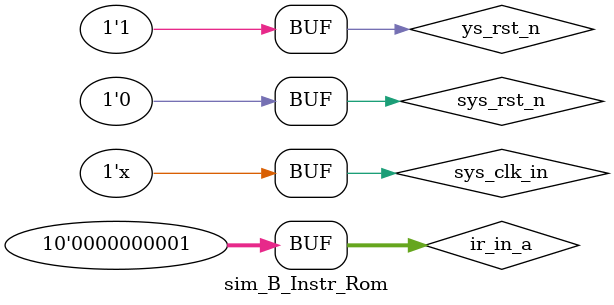
<source format=v>
`timescale 1ns / 1ps


module sim_B_Instr_Rom(

    );
    reg sys_clk_in,sys_rst_n;
    reg [9:0]ir_in_a;
    wire [31:0]instruct;
initial
	begin
		sys_clk_in=1'b1;
		sys_rst_n=1'b0;
		ir_in_a=10'h1;

		#3sys_rst_n=1'b1;
		
	end

    initial
		#10 repeat(32)
		  #8ir_in_a=ir_in_a+10'h1;
always#5
	sys_clk_in=~sys_clk_in;

 B_Instr_Rom IR(sys_clk_in,ir_in_a, instruct);

endmodule

</source>
